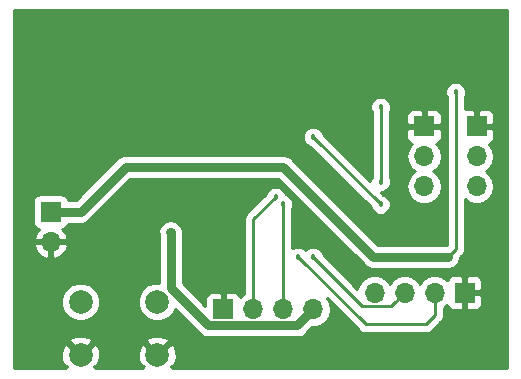
<source format=gbr>
%TF.GenerationSoftware,KiCad,Pcbnew,(5.0.1)-3*%
%TF.CreationDate,2019-10-12T21:06:36-05:00*%
%TF.ProjectId,pet_feeder,7065745F6665656465722E6B69636164,rev?*%
%TF.SameCoordinates,Original*%
%TF.FileFunction,Copper,L2,Bot,Signal*%
%TF.FilePolarity,Positive*%
%FSLAX46Y46*%
G04 Gerber Fmt 4.6, Leading zero omitted, Abs format (unit mm)*
G04 Created by KiCad (PCBNEW (5.0.1)-3) date 10/12/2019 9:06:36 PM*
%MOMM*%
%LPD*%
G01*
G04 APERTURE LIST*
%ADD10C,0.700000*%
%ADD11R,1.700000X1.700000*%
%ADD12O,1.700000X1.700000*%
%ADD13C,2.000000*%
%ADD14C,0.457200*%
%ADD15C,0.762000*%
%ADD16C,0.254000*%
G04 APERTURE END LIST*
D10*
X124587000Y-77978000D03*
X125857000Y-75438000D03*
X125857000Y-76708000D03*
X124587000Y-79248000D03*
X125857000Y-77978000D03*
X124587000Y-75438000D03*
X124587000Y-76708000D03*
X125857000Y-79248000D03*
X125095000Y-74168000D03*
X126365000Y-71628000D03*
X127635000Y-74168000D03*
X127635000Y-71628000D03*
X126365000Y-72898000D03*
X126365000Y-74168000D03*
X125095000Y-71628000D03*
X125095000Y-72898000D03*
X127635000Y-72898000D03*
X144399000Y-81280000D03*
X143129000Y-81280000D03*
X141859000Y-81280000D03*
X141859000Y-80010000D03*
X143129000Y-80010000D03*
X144399000Y-80010000D03*
X144399000Y-78740000D03*
X143129000Y-78740000D03*
X141859000Y-78740000D03*
X144399000Y-77470000D03*
X143129000Y-77470000D03*
D11*
X127000000Y-87630000D03*
D12*
X127000000Y-90170000D03*
D11*
X163068000Y-80391000D03*
D12*
X163068000Y-82931000D03*
X163068000Y-85471000D03*
D11*
X141605000Y-95885000D03*
D12*
X144145000Y-95885000D03*
X146685000Y-95885000D03*
X149225000Y-95885000D03*
D11*
X162052000Y-94488000D03*
D12*
X159512000Y-94488000D03*
X156972000Y-94488000D03*
X154432000Y-94488000D03*
X158623000Y-85471000D03*
X158623000Y-82931000D03*
D11*
X158623000Y-80391000D03*
D13*
X129540000Y-99750000D03*
X129540000Y-95250000D03*
X136040000Y-99750000D03*
X136040000Y-95250000D03*
D10*
X141859000Y-77470000D03*
D14*
X156035000Y-73025000D03*
X133350000Y-83820000D03*
X161290000Y-77470000D03*
X139065000Y-86995000D03*
X160655000Y-91440000D03*
X137153001Y-89350001D03*
X146050000Y-86360000D03*
X146685000Y-86995000D03*
X147955000Y-91440000D03*
X149225000Y-91440000D03*
X154940000Y-86995000D03*
X149225000Y-81280000D03*
X154940000Y-85090000D03*
X154940000Y-78740000D03*
D15*
X129540000Y-87630000D02*
X127000000Y-87630000D01*
X133350000Y-83820000D02*
X129540000Y-87630000D01*
X133350000Y-83820000D02*
X146685000Y-83820000D01*
X146685000Y-83820000D02*
X154305000Y-91440000D01*
X154305000Y-91440000D02*
X160655000Y-91440000D01*
D16*
X161290000Y-90805000D02*
X160655000Y-91440000D01*
X161290000Y-77470000D02*
X161290000Y-90805000D01*
D15*
X140348599Y-97243001D02*
X137160000Y-94054402D01*
X149225000Y-95885000D02*
X147866999Y-97243001D01*
X147866999Y-97243001D02*
X140348599Y-97243001D01*
X137160000Y-94054402D02*
X137160000Y-89357000D01*
X137160000Y-89357000D02*
X137153001Y-89350001D01*
D16*
X144145000Y-88265000D02*
X146050000Y-86360000D01*
X144145000Y-95885000D02*
X144145000Y-88265000D01*
X146685000Y-86995000D02*
X146685000Y-95885000D01*
X153670000Y-97155000D02*
X158750000Y-97155000D01*
X147955000Y-91440000D02*
X153670000Y-97155000D01*
X159512000Y-96393000D02*
X159512000Y-94488000D01*
X158750000Y-97155000D02*
X159512000Y-96393000D01*
X156122001Y-95337999D02*
X156972000Y-94488000D01*
X155867999Y-95592001D02*
X156122001Y-95337999D01*
X153377001Y-95592001D02*
X155867999Y-95592001D01*
X149225000Y-91440000D02*
X153377001Y-95592001D01*
X154940000Y-86995000D02*
X149225000Y-81280000D01*
X154940000Y-85090000D02*
X154940000Y-78740000D01*
G36*
X165660000Y-100890000D02*
X137254020Y-100890000D01*
X137306814Y-100837206D01*
X137192534Y-100722926D01*
X137459387Y-100624264D01*
X137685908Y-100014539D01*
X137661856Y-99364540D01*
X137459387Y-98875736D01*
X137192532Y-98777073D01*
X136219605Y-99750000D01*
X136233748Y-99764143D01*
X136054143Y-99943748D01*
X136040000Y-99929605D01*
X136025858Y-99943748D01*
X135846253Y-99764143D01*
X135860395Y-99750000D01*
X134887468Y-98777073D01*
X134620613Y-98875736D01*
X134394092Y-99485461D01*
X134418144Y-100135460D01*
X134620613Y-100624264D01*
X134887466Y-100722926D01*
X134773186Y-100837206D01*
X134825980Y-100890000D01*
X130754020Y-100890000D01*
X130806814Y-100837206D01*
X130692534Y-100722926D01*
X130959387Y-100624264D01*
X131185908Y-100014539D01*
X131161856Y-99364540D01*
X130959387Y-98875736D01*
X130692532Y-98777073D01*
X129719605Y-99750000D01*
X129733748Y-99764143D01*
X129554143Y-99943748D01*
X129540000Y-99929605D01*
X129525858Y-99943748D01*
X129346253Y-99764143D01*
X129360395Y-99750000D01*
X128387468Y-98777073D01*
X128120613Y-98875736D01*
X127894092Y-99485461D01*
X127918144Y-100135460D01*
X128120613Y-100624264D01*
X128387466Y-100722926D01*
X128273186Y-100837206D01*
X128325980Y-100890000D01*
X123900000Y-100890000D01*
X123900000Y-98597468D01*
X128567073Y-98597468D01*
X129540000Y-99570395D01*
X130512927Y-98597468D01*
X135067073Y-98597468D01*
X136040000Y-99570395D01*
X137012927Y-98597468D01*
X136914264Y-98330613D01*
X136304539Y-98104092D01*
X135654540Y-98128144D01*
X135165736Y-98330613D01*
X135067073Y-98597468D01*
X130512927Y-98597468D01*
X130414264Y-98330613D01*
X129804539Y-98104092D01*
X129154540Y-98128144D01*
X128665736Y-98330613D01*
X128567073Y-98597468D01*
X123900000Y-98597468D01*
X123900000Y-94924778D01*
X127905000Y-94924778D01*
X127905000Y-95575222D01*
X128153914Y-96176153D01*
X128613847Y-96636086D01*
X129214778Y-96885000D01*
X129865222Y-96885000D01*
X130466153Y-96636086D01*
X130926086Y-96176153D01*
X131175000Y-95575222D01*
X131175000Y-94924778D01*
X134405000Y-94924778D01*
X134405000Y-95575222D01*
X134653914Y-96176153D01*
X135113847Y-96636086D01*
X135714778Y-96885000D01*
X136365222Y-96885000D01*
X136966153Y-96636086D01*
X137426086Y-96176153D01*
X137548757Y-95879999D01*
X139559421Y-97890664D01*
X139616104Y-97975496D01*
X139952176Y-98200052D01*
X140248534Y-98259001D01*
X140248535Y-98259001D01*
X140348599Y-98278905D01*
X140448662Y-98259001D01*
X147766936Y-98259001D01*
X147866999Y-98278905D01*
X147967062Y-98259001D01*
X147967064Y-98259001D01*
X148263422Y-98200052D01*
X148599494Y-97975496D01*
X148656179Y-97890662D01*
X149176840Y-97370000D01*
X149371256Y-97370000D01*
X149804418Y-97283839D01*
X150295625Y-96955625D01*
X150623839Y-96464418D01*
X150739092Y-95885000D01*
X150623839Y-95305582D01*
X150383986Y-94946616D01*
X153078118Y-97640749D01*
X153120629Y-97704371D01*
X153372683Y-97872788D01*
X153594952Y-97917000D01*
X153594953Y-97917000D01*
X153670000Y-97931928D01*
X153745047Y-97917000D01*
X158674957Y-97917000D01*
X158750000Y-97931927D01*
X158825043Y-97917000D01*
X158825048Y-97917000D01*
X159047317Y-97872788D01*
X159299371Y-97704371D01*
X159341883Y-97640747D01*
X159997750Y-96984881D01*
X160061371Y-96942371D01*
X160125379Y-96846577D01*
X160229787Y-96690318D01*
X160229788Y-96690317D01*
X160274000Y-96468048D01*
X160274000Y-96468047D01*
X160288928Y-96393000D01*
X160274000Y-96317953D01*
X160274000Y-95764842D01*
X160582625Y-95558625D01*
X160597096Y-95536967D01*
X160663673Y-95697698D01*
X160842301Y-95876327D01*
X161075690Y-95973000D01*
X161766250Y-95973000D01*
X161925000Y-95814250D01*
X161925000Y-94615000D01*
X162179000Y-94615000D01*
X162179000Y-95814250D01*
X162337750Y-95973000D01*
X163028310Y-95973000D01*
X163261699Y-95876327D01*
X163440327Y-95697698D01*
X163537000Y-95464309D01*
X163537000Y-94773750D01*
X163378250Y-94615000D01*
X162179000Y-94615000D01*
X161925000Y-94615000D01*
X161905000Y-94615000D01*
X161905000Y-94361000D01*
X161925000Y-94361000D01*
X161925000Y-93161750D01*
X162179000Y-93161750D01*
X162179000Y-94361000D01*
X163378250Y-94361000D01*
X163537000Y-94202250D01*
X163537000Y-93511691D01*
X163440327Y-93278302D01*
X163261699Y-93099673D01*
X163028310Y-93003000D01*
X162337750Y-93003000D01*
X162179000Y-93161750D01*
X161925000Y-93161750D01*
X161766250Y-93003000D01*
X161075690Y-93003000D01*
X160842301Y-93099673D01*
X160663673Y-93278302D01*
X160597096Y-93439033D01*
X160582625Y-93417375D01*
X160091418Y-93089161D01*
X159658256Y-93003000D01*
X159365744Y-93003000D01*
X158932582Y-93089161D01*
X158441375Y-93417375D01*
X158242000Y-93715761D01*
X158042625Y-93417375D01*
X157551418Y-93089161D01*
X157118256Y-93003000D01*
X156825744Y-93003000D01*
X156392582Y-93089161D01*
X155901375Y-93417375D01*
X155702000Y-93715761D01*
X155502625Y-93417375D01*
X155011418Y-93089161D01*
X154578256Y-93003000D01*
X154285744Y-93003000D01*
X153852582Y-93089161D01*
X153361375Y-93417375D01*
X153033161Y-93908582D01*
X152989701Y-94127070D01*
X150058725Y-91196095D01*
X149957125Y-90950810D01*
X149714190Y-90707875D01*
X149396781Y-90576400D01*
X149053219Y-90576400D01*
X148735810Y-90707875D01*
X148590000Y-90853685D01*
X148444190Y-90707875D01*
X148126781Y-90576400D01*
X147783219Y-90576400D01*
X147465810Y-90707875D01*
X147447000Y-90726685D01*
X147447000Y-87412065D01*
X147548600Y-87166781D01*
X147548600Y-86823219D01*
X147417125Y-86505810D01*
X147174190Y-86262875D01*
X146896958Y-86148042D01*
X146782125Y-85870810D01*
X146539190Y-85627875D01*
X146221781Y-85496400D01*
X145878219Y-85496400D01*
X145560810Y-85627875D01*
X145317875Y-85870810D01*
X145216275Y-86116094D01*
X143659251Y-87673119D01*
X143595630Y-87715629D01*
X143553119Y-87779251D01*
X143553118Y-87779252D01*
X143427213Y-87967683D01*
X143368073Y-88265000D01*
X143383001Y-88340048D01*
X143383000Y-94608158D01*
X143074375Y-94814375D01*
X143059904Y-94836033D01*
X142993327Y-94675302D01*
X142814699Y-94496673D01*
X142581310Y-94400000D01*
X141890750Y-94400000D01*
X141732000Y-94558750D01*
X141732000Y-95758000D01*
X141752000Y-95758000D01*
X141752000Y-96012000D01*
X141732000Y-96012000D01*
X141732000Y-96032000D01*
X141478000Y-96032000D01*
X141478000Y-96012000D01*
X141458000Y-96012000D01*
X141458000Y-95758000D01*
X141478000Y-95758000D01*
X141478000Y-94558750D01*
X141319250Y-94400000D01*
X140628690Y-94400000D01*
X140395301Y-94496673D01*
X140216673Y-94675302D01*
X140120000Y-94908691D01*
X140120000Y-95577561D01*
X138176000Y-93633562D01*
X138176000Y-89457063D01*
X138195904Y-89356999D01*
X138176000Y-89256935D01*
X138117051Y-88960577D01*
X137892495Y-88624505D01*
X137807660Y-88567820D01*
X137800664Y-88560824D01*
X137549424Y-88392951D01*
X137153001Y-88314097D01*
X136756578Y-88392951D01*
X136420507Y-88617507D01*
X136195951Y-88953578D01*
X136117097Y-89350001D01*
X136144001Y-89485255D01*
X136144000Y-93615000D01*
X135714778Y-93615000D01*
X135113847Y-93863914D01*
X134653914Y-94323847D01*
X134405000Y-94924778D01*
X131175000Y-94924778D01*
X130926086Y-94323847D01*
X130466153Y-93863914D01*
X129865222Y-93615000D01*
X129214778Y-93615000D01*
X128613847Y-93863914D01*
X128153914Y-94323847D01*
X127905000Y-94924778D01*
X123900000Y-94924778D01*
X123900000Y-90526890D01*
X125558524Y-90526890D01*
X125728355Y-90936924D01*
X126118642Y-91365183D01*
X126643108Y-91611486D01*
X126873000Y-91490819D01*
X126873000Y-90297000D01*
X127127000Y-90297000D01*
X127127000Y-91490819D01*
X127356892Y-91611486D01*
X127881358Y-91365183D01*
X128271645Y-90936924D01*
X128441476Y-90526890D01*
X128320155Y-90297000D01*
X127127000Y-90297000D01*
X126873000Y-90297000D01*
X125679845Y-90297000D01*
X125558524Y-90526890D01*
X123900000Y-90526890D01*
X123900000Y-86780000D01*
X125502560Y-86780000D01*
X125502560Y-88480000D01*
X125551843Y-88727765D01*
X125692191Y-88937809D01*
X125902235Y-89078157D01*
X126005708Y-89098739D01*
X125728355Y-89403076D01*
X125558524Y-89813110D01*
X125679845Y-90043000D01*
X126873000Y-90043000D01*
X126873000Y-90023000D01*
X127127000Y-90023000D01*
X127127000Y-90043000D01*
X128320155Y-90043000D01*
X128441476Y-89813110D01*
X128271645Y-89403076D01*
X127994292Y-89098739D01*
X128097765Y-89078157D01*
X128307809Y-88937809D01*
X128448157Y-88727765D01*
X128464421Y-88646000D01*
X129439937Y-88646000D01*
X129540000Y-88665904D01*
X129640063Y-88646000D01*
X129640065Y-88646000D01*
X129936423Y-88587051D01*
X130272495Y-88362495D01*
X130329180Y-88277660D01*
X133770841Y-84836000D01*
X146264160Y-84836000D01*
X153515822Y-92087663D01*
X153572505Y-92172495D01*
X153768718Y-92303600D01*
X153908575Y-92397050D01*
X153908576Y-92397050D01*
X153908577Y-92397051D01*
X154204935Y-92456000D01*
X154304999Y-92475904D01*
X154405063Y-92456000D01*
X160755065Y-92456000D01*
X161051423Y-92397051D01*
X161387495Y-92172495D01*
X161612051Y-91836423D01*
X161680543Y-91492088D01*
X161775749Y-91396882D01*
X161839371Y-91354371D01*
X162007788Y-91102317D01*
X162052000Y-90880048D01*
X162052000Y-90880047D01*
X162066928Y-90805000D01*
X162052000Y-90729953D01*
X162052000Y-86578124D01*
X162488582Y-86869839D01*
X162921744Y-86956000D01*
X163214256Y-86956000D01*
X163647418Y-86869839D01*
X164138625Y-86541625D01*
X164466839Y-86050418D01*
X164582092Y-85471000D01*
X164466839Y-84891582D01*
X164138625Y-84400375D01*
X163840239Y-84201000D01*
X164138625Y-84001625D01*
X164466839Y-83510418D01*
X164582092Y-82931000D01*
X164466839Y-82351582D01*
X164138625Y-81860375D01*
X164116967Y-81845904D01*
X164277698Y-81779327D01*
X164456327Y-81600699D01*
X164553000Y-81367310D01*
X164553000Y-80676750D01*
X164394250Y-80518000D01*
X163195000Y-80518000D01*
X163195000Y-80538000D01*
X162941000Y-80538000D01*
X162941000Y-80518000D01*
X162921000Y-80518000D01*
X162921000Y-80264000D01*
X162941000Y-80264000D01*
X162941000Y-79064750D01*
X163195000Y-79064750D01*
X163195000Y-80264000D01*
X164394250Y-80264000D01*
X164553000Y-80105250D01*
X164553000Y-79414690D01*
X164456327Y-79181301D01*
X164277698Y-79002673D01*
X164044309Y-78906000D01*
X163353750Y-78906000D01*
X163195000Y-79064750D01*
X162941000Y-79064750D01*
X162782250Y-78906000D01*
X162091691Y-78906000D01*
X162052000Y-78922441D01*
X162052000Y-77887065D01*
X162153600Y-77641781D01*
X162153600Y-77298219D01*
X162022125Y-76980810D01*
X161779190Y-76737875D01*
X161461781Y-76606400D01*
X161118219Y-76606400D01*
X160800810Y-76737875D01*
X160557875Y-76980810D01*
X160426400Y-77298219D01*
X160426400Y-77641781D01*
X160528000Y-77887065D01*
X160528001Y-90424000D01*
X154725841Y-90424000D01*
X147474180Y-83172340D01*
X147417495Y-83087505D01*
X147081423Y-82862949D01*
X146785065Y-82804000D01*
X146785063Y-82804000D01*
X146685000Y-82784096D01*
X146584937Y-82804000D01*
X133450064Y-82804000D01*
X133350000Y-82784096D01*
X133249936Y-82804000D01*
X133249935Y-82804000D01*
X132953577Y-82862949D01*
X132617505Y-83087505D01*
X132560822Y-83172337D01*
X129119160Y-86614000D01*
X128464421Y-86614000D01*
X128448157Y-86532235D01*
X128307809Y-86322191D01*
X128097765Y-86181843D01*
X127850000Y-86132560D01*
X126150000Y-86132560D01*
X125902235Y-86181843D01*
X125692191Y-86322191D01*
X125551843Y-86532235D01*
X125502560Y-86780000D01*
X123900000Y-86780000D01*
X123900000Y-81108219D01*
X148361400Y-81108219D01*
X148361400Y-81451781D01*
X148492875Y-81769190D01*
X148735810Y-82012125D01*
X148981095Y-82113725D01*
X154106275Y-87238906D01*
X154207875Y-87484190D01*
X154450810Y-87727125D01*
X154768219Y-87858600D01*
X155111781Y-87858600D01*
X155429190Y-87727125D01*
X155672125Y-87484190D01*
X155803600Y-87166781D01*
X155803600Y-86823219D01*
X155672125Y-86505810D01*
X155429190Y-86262875D01*
X155183906Y-86161275D01*
X154976231Y-85953600D01*
X155111781Y-85953600D01*
X155429190Y-85822125D01*
X155672125Y-85579190D01*
X155803600Y-85261781D01*
X155803600Y-84918219D01*
X155702000Y-84672935D01*
X155702000Y-82931000D01*
X157108908Y-82931000D01*
X157224161Y-83510418D01*
X157552375Y-84001625D01*
X157850761Y-84201000D01*
X157552375Y-84400375D01*
X157224161Y-84891582D01*
X157108908Y-85471000D01*
X157224161Y-86050418D01*
X157552375Y-86541625D01*
X158043582Y-86869839D01*
X158476744Y-86956000D01*
X158769256Y-86956000D01*
X159202418Y-86869839D01*
X159693625Y-86541625D01*
X160021839Y-86050418D01*
X160137092Y-85471000D01*
X160021839Y-84891582D01*
X159693625Y-84400375D01*
X159395239Y-84201000D01*
X159693625Y-84001625D01*
X160021839Y-83510418D01*
X160137092Y-82931000D01*
X160021839Y-82351582D01*
X159693625Y-81860375D01*
X159671967Y-81845904D01*
X159832698Y-81779327D01*
X160011327Y-81600699D01*
X160108000Y-81367310D01*
X160108000Y-80676750D01*
X159949250Y-80518000D01*
X158750000Y-80518000D01*
X158750000Y-80538000D01*
X158496000Y-80538000D01*
X158496000Y-80518000D01*
X157296750Y-80518000D01*
X157138000Y-80676750D01*
X157138000Y-81367310D01*
X157234673Y-81600699D01*
X157413302Y-81779327D01*
X157574033Y-81845904D01*
X157552375Y-81860375D01*
X157224161Y-82351582D01*
X157108908Y-82931000D01*
X155702000Y-82931000D01*
X155702000Y-79414690D01*
X157138000Y-79414690D01*
X157138000Y-80105250D01*
X157296750Y-80264000D01*
X158496000Y-80264000D01*
X158496000Y-79064750D01*
X158750000Y-79064750D01*
X158750000Y-80264000D01*
X159949250Y-80264000D01*
X160108000Y-80105250D01*
X160108000Y-79414690D01*
X160011327Y-79181301D01*
X159832698Y-79002673D01*
X159599309Y-78906000D01*
X158908750Y-78906000D01*
X158750000Y-79064750D01*
X158496000Y-79064750D01*
X158337250Y-78906000D01*
X157646691Y-78906000D01*
X157413302Y-79002673D01*
X157234673Y-79181301D01*
X157138000Y-79414690D01*
X155702000Y-79414690D01*
X155702000Y-79157065D01*
X155803600Y-78911781D01*
X155803600Y-78568219D01*
X155672125Y-78250810D01*
X155429190Y-78007875D01*
X155111781Y-77876400D01*
X154768219Y-77876400D01*
X154450810Y-78007875D01*
X154207875Y-78250810D01*
X154076400Y-78568219D01*
X154076400Y-78911781D01*
X154178001Y-79157068D01*
X154178000Y-84672935D01*
X154076400Y-84918219D01*
X154076400Y-85053769D01*
X150058725Y-81036095D01*
X149957125Y-80790810D01*
X149714190Y-80547875D01*
X149396781Y-80416400D01*
X149053219Y-80416400D01*
X148735810Y-80547875D01*
X148492875Y-80790810D01*
X148361400Y-81108219D01*
X123900000Y-81108219D01*
X123900000Y-70560000D01*
X165660001Y-70560000D01*
X165660000Y-100890000D01*
X165660000Y-100890000D01*
G37*
X165660000Y-100890000D02*
X137254020Y-100890000D01*
X137306814Y-100837206D01*
X137192534Y-100722926D01*
X137459387Y-100624264D01*
X137685908Y-100014539D01*
X137661856Y-99364540D01*
X137459387Y-98875736D01*
X137192532Y-98777073D01*
X136219605Y-99750000D01*
X136233748Y-99764143D01*
X136054143Y-99943748D01*
X136040000Y-99929605D01*
X136025858Y-99943748D01*
X135846253Y-99764143D01*
X135860395Y-99750000D01*
X134887468Y-98777073D01*
X134620613Y-98875736D01*
X134394092Y-99485461D01*
X134418144Y-100135460D01*
X134620613Y-100624264D01*
X134887466Y-100722926D01*
X134773186Y-100837206D01*
X134825980Y-100890000D01*
X130754020Y-100890000D01*
X130806814Y-100837206D01*
X130692534Y-100722926D01*
X130959387Y-100624264D01*
X131185908Y-100014539D01*
X131161856Y-99364540D01*
X130959387Y-98875736D01*
X130692532Y-98777073D01*
X129719605Y-99750000D01*
X129733748Y-99764143D01*
X129554143Y-99943748D01*
X129540000Y-99929605D01*
X129525858Y-99943748D01*
X129346253Y-99764143D01*
X129360395Y-99750000D01*
X128387468Y-98777073D01*
X128120613Y-98875736D01*
X127894092Y-99485461D01*
X127918144Y-100135460D01*
X128120613Y-100624264D01*
X128387466Y-100722926D01*
X128273186Y-100837206D01*
X128325980Y-100890000D01*
X123900000Y-100890000D01*
X123900000Y-98597468D01*
X128567073Y-98597468D01*
X129540000Y-99570395D01*
X130512927Y-98597468D01*
X135067073Y-98597468D01*
X136040000Y-99570395D01*
X137012927Y-98597468D01*
X136914264Y-98330613D01*
X136304539Y-98104092D01*
X135654540Y-98128144D01*
X135165736Y-98330613D01*
X135067073Y-98597468D01*
X130512927Y-98597468D01*
X130414264Y-98330613D01*
X129804539Y-98104092D01*
X129154540Y-98128144D01*
X128665736Y-98330613D01*
X128567073Y-98597468D01*
X123900000Y-98597468D01*
X123900000Y-94924778D01*
X127905000Y-94924778D01*
X127905000Y-95575222D01*
X128153914Y-96176153D01*
X128613847Y-96636086D01*
X129214778Y-96885000D01*
X129865222Y-96885000D01*
X130466153Y-96636086D01*
X130926086Y-96176153D01*
X131175000Y-95575222D01*
X131175000Y-94924778D01*
X134405000Y-94924778D01*
X134405000Y-95575222D01*
X134653914Y-96176153D01*
X135113847Y-96636086D01*
X135714778Y-96885000D01*
X136365222Y-96885000D01*
X136966153Y-96636086D01*
X137426086Y-96176153D01*
X137548757Y-95879999D01*
X139559421Y-97890664D01*
X139616104Y-97975496D01*
X139952176Y-98200052D01*
X140248534Y-98259001D01*
X140248535Y-98259001D01*
X140348599Y-98278905D01*
X140448662Y-98259001D01*
X147766936Y-98259001D01*
X147866999Y-98278905D01*
X147967062Y-98259001D01*
X147967064Y-98259001D01*
X148263422Y-98200052D01*
X148599494Y-97975496D01*
X148656179Y-97890662D01*
X149176840Y-97370000D01*
X149371256Y-97370000D01*
X149804418Y-97283839D01*
X150295625Y-96955625D01*
X150623839Y-96464418D01*
X150739092Y-95885000D01*
X150623839Y-95305582D01*
X150383986Y-94946616D01*
X153078118Y-97640749D01*
X153120629Y-97704371D01*
X153372683Y-97872788D01*
X153594952Y-97917000D01*
X153594953Y-97917000D01*
X153670000Y-97931928D01*
X153745047Y-97917000D01*
X158674957Y-97917000D01*
X158750000Y-97931927D01*
X158825043Y-97917000D01*
X158825048Y-97917000D01*
X159047317Y-97872788D01*
X159299371Y-97704371D01*
X159341883Y-97640747D01*
X159997750Y-96984881D01*
X160061371Y-96942371D01*
X160125379Y-96846577D01*
X160229787Y-96690318D01*
X160229788Y-96690317D01*
X160274000Y-96468048D01*
X160274000Y-96468047D01*
X160288928Y-96393000D01*
X160274000Y-96317953D01*
X160274000Y-95764842D01*
X160582625Y-95558625D01*
X160597096Y-95536967D01*
X160663673Y-95697698D01*
X160842301Y-95876327D01*
X161075690Y-95973000D01*
X161766250Y-95973000D01*
X161925000Y-95814250D01*
X161925000Y-94615000D01*
X162179000Y-94615000D01*
X162179000Y-95814250D01*
X162337750Y-95973000D01*
X163028310Y-95973000D01*
X163261699Y-95876327D01*
X163440327Y-95697698D01*
X163537000Y-95464309D01*
X163537000Y-94773750D01*
X163378250Y-94615000D01*
X162179000Y-94615000D01*
X161925000Y-94615000D01*
X161905000Y-94615000D01*
X161905000Y-94361000D01*
X161925000Y-94361000D01*
X161925000Y-93161750D01*
X162179000Y-93161750D01*
X162179000Y-94361000D01*
X163378250Y-94361000D01*
X163537000Y-94202250D01*
X163537000Y-93511691D01*
X163440327Y-93278302D01*
X163261699Y-93099673D01*
X163028310Y-93003000D01*
X162337750Y-93003000D01*
X162179000Y-93161750D01*
X161925000Y-93161750D01*
X161766250Y-93003000D01*
X161075690Y-93003000D01*
X160842301Y-93099673D01*
X160663673Y-93278302D01*
X160597096Y-93439033D01*
X160582625Y-93417375D01*
X160091418Y-93089161D01*
X159658256Y-93003000D01*
X159365744Y-93003000D01*
X158932582Y-93089161D01*
X158441375Y-93417375D01*
X158242000Y-93715761D01*
X158042625Y-93417375D01*
X157551418Y-93089161D01*
X157118256Y-93003000D01*
X156825744Y-93003000D01*
X156392582Y-93089161D01*
X155901375Y-93417375D01*
X155702000Y-93715761D01*
X155502625Y-93417375D01*
X155011418Y-93089161D01*
X154578256Y-93003000D01*
X154285744Y-93003000D01*
X153852582Y-93089161D01*
X153361375Y-93417375D01*
X153033161Y-93908582D01*
X152989701Y-94127070D01*
X150058725Y-91196095D01*
X149957125Y-90950810D01*
X149714190Y-90707875D01*
X149396781Y-90576400D01*
X149053219Y-90576400D01*
X148735810Y-90707875D01*
X148590000Y-90853685D01*
X148444190Y-90707875D01*
X148126781Y-90576400D01*
X147783219Y-90576400D01*
X147465810Y-90707875D01*
X147447000Y-90726685D01*
X147447000Y-87412065D01*
X147548600Y-87166781D01*
X147548600Y-86823219D01*
X147417125Y-86505810D01*
X147174190Y-86262875D01*
X146896958Y-86148042D01*
X146782125Y-85870810D01*
X146539190Y-85627875D01*
X146221781Y-85496400D01*
X145878219Y-85496400D01*
X145560810Y-85627875D01*
X145317875Y-85870810D01*
X145216275Y-86116094D01*
X143659251Y-87673119D01*
X143595630Y-87715629D01*
X143553119Y-87779251D01*
X143553118Y-87779252D01*
X143427213Y-87967683D01*
X143368073Y-88265000D01*
X143383001Y-88340048D01*
X143383000Y-94608158D01*
X143074375Y-94814375D01*
X143059904Y-94836033D01*
X142993327Y-94675302D01*
X142814699Y-94496673D01*
X142581310Y-94400000D01*
X141890750Y-94400000D01*
X141732000Y-94558750D01*
X141732000Y-95758000D01*
X141752000Y-95758000D01*
X141752000Y-96012000D01*
X141732000Y-96012000D01*
X141732000Y-96032000D01*
X141478000Y-96032000D01*
X141478000Y-96012000D01*
X141458000Y-96012000D01*
X141458000Y-95758000D01*
X141478000Y-95758000D01*
X141478000Y-94558750D01*
X141319250Y-94400000D01*
X140628690Y-94400000D01*
X140395301Y-94496673D01*
X140216673Y-94675302D01*
X140120000Y-94908691D01*
X140120000Y-95577561D01*
X138176000Y-93633562D01*
X138176000Y-89457063D01*
X138195904Y-89356999D01*
X138176000Y-89256935D01*
X138117051Y-88960577D01*
X137892495Y-88624505D01*
X137807660Y-88567820D01*
X137800664Y-88560824D01*
X137549424Y-88392951D01*
X137153001Y-88314097D01*
X136756578Y-88392951D01*
X136420507Y-88617507D01*
X136195951Y-88953578D01*
X136117097Y-89350001D01*
X136144001Y-89485255D01*
X136144000Y-93615000D01*
X135714778Y-93615000D01*
X135113847Y-93863914D01*
X134653914Y-94323847D01*
X134405000Y-94924778D01*
X131175000Y-94924778D01*
X130926086Y-94323847D01*
X130466153Y-93863914D01*
X129865222Y-93615000D01*
X129214778Y-93615000D01*
X128613847Y-93863914D01*
X128153914Y-94323847D01*
X127905000Y-94924778D01*
X123900000Y-94924778D01*
X123900000Y-90526890D01*
X125558524Y-90526890D01*
X125728355Y-90936924D01*
X126118642Y-91365183D01*
X126643108Y-91611486D01*
X126873000Y-91490819D01*
X126873000Y-90297000D01*
X127127000Y-90297000D01*
X127127000Y-91490819D01*
X127356892Y-91611486D01*
X127881358Y-91365183D01*
X128271645Y-90936924D01*
X128441476Y-90526890D01*
X128320155Y-90297000D01*
X127127000Y-90297000D01*
X126873000Y-90297000D01*
X125679845Y-90297000D01*
X125558524Y-90526890D01*
X123900000Y-90526890D01*
X123900000Y-86780000D01*
X125502560Y-86780000D01*
X125502560Y-88480000D01*
X125551843Y-88727765D01*
X125692191Y-88937809D01*
X125902235Y-89078157D01*
X126005708Y-89098739D01*
X125728355Y-89403076D01*
X125558524Y-89813110D01*
X125679845Y-90043000D01*
X126873000Y-90043000D01*
X126873000Y-90023000D01*
X127127000Y-90023000D01*
X127127000Y-90043000D01*
X128320155Y-90043000D01*
X128441476Y-89813110D01*
X128271645Y-89403076D01*
X127994292Y-89098739D01*
X128097765Y-89078157D01*
X128307809Y-88937809D01*
X128448157Y-88727765D01*
X128464421Y-88646000D01*
X129439937Y-88646000D01*
X129540000Y-88665904D01*
X129640063Y-88646000D01*
X129640065Y-88646000D01*
X129936423Y-88587051D01*
X130272495Y-88362495D01*
X130329180Y-88277660D01*
X133770841Y-84836000D01*
X146264160Y-84836000D01*
X153515822Y-92087663D01*
X153572505Y-92172495D01*
X153768718Y-92303600D01*
X153908575Y-92397050D01*
X153908576Y-92397050D01*
X153908577Y-92397051D01*
X154204935Y-92456000D01*
X154304999Y-92475904D01*
X154405063Y-92456000D01*
X160755065Y-92456000D01*
X161051423Y-92397051D01*
X161387495Y-92172495D01*
X161612051Y-91836423D01*
X161680543Y-91492088D01*
X161775749Y-91396882D01*
X161839371Y-91354371D01*
X162007788Y-91102317D01*
X162052000Y-90880048D01*
X162052000Y-90880047D01*
X162066928Y-90805000D01*
X162052000Y-90729953D01*
X162052000Y-86578124D01*
X162488582Y-86869839D01*
X162921744Y-86956000D01*
X163214256Y-86956000D01*
X163647418Y-86869839D01*
X164138625Y-86541625D01*
X164466839Y-86050418D01*
X164582092Y-85471000D01*
X164466839Y-84891582D01*
X164138625Y-84400375D01*
X163840239Y-84201000D01*
X164138625Y-84001625D01*
X164466839Y-83510418D01*
X164582092Y-82931000D01*
X164466839Y-82351582D01*
X164138625Y-81860375D01*
X164116967Y-81845904D01*
X164277698Y-81779327D01*
X164456327Y-81600699D01*
X164553000Y-81367310D01*
X164553000Y-80676750D01*
X164394250Y-80518000D01*
X163195000Y-80518000D01*
X163195000Y-80538000D01*
X162941000Y-80538000D01*
X162941000Y-80518000D01*
X162921000Y-80518000D01*
X162921000Y-80264000D01*
X162941000Y-80264000D01*
X162941000Y-79064750D01*
X163195000Y-79064750D01*
X163195000Y-80264000D01*
X164394250Y-80264000D01*
X164553000Y-80105250D01*
X164553000Y-79414690D01*
X164456327Y-79181301D01*
X164277698Y-79002673D01*
X164044309Y-78906000D01*
X163353750Y-78906000D01*
X163195000Y-79064750D01*
X162941000Y-79064750D01*
X162782250Y-78906000D01*
X162091691Y-78906000D01*
X162052000Y-78922441D01*
X162052000Y-77887065D01*
X162153600Y-77641781D01*
X162153600Y-77298219D01*
X162022125Y-76980810D01*
X161779190Y-76737875D01*
X161461781Y-76606400D01*
X161118219Y-76606400D01*
X160800810Y-76737875D01*
X160557875Y-76980810D01*
X160426400Y-77298219D01*
X160426400Y-77641781D01*
X160528000Y-77887065D01*
X160528001Y-90424000D01*
X154725841Y-90424000D01*
X147474180Y-83172340D01*
X147417495Y-83087505D01*
X147081423Y-82862949D01*
X146785065Y-82804000D01*
X146785063Y-82804000D01*
X146685000Y-82784096D01*
X146584937Y-82804000D01*
X133450064Y-82804000D01*
X133350000Y-82784096D01*
X133249936Y-82804000D01*
X133249935Y-82804000D01*
X132953577Y-82862949D01*
X132617505Y-83087505D01*
X132560822Y-83172337D01*
X129119160Y-86614000D01*
X128464421Y-86614000D01*
X128448157Y-86532235D01*
X128307809Y-86322191D01*
X128097765Y-86181843D01*
X127850000Y-86132560D01*
X126150000Y-86132560D01*
X125902235Y-86181843D01*
X125692191Y-86322191D01*
X125551843Y-86532235D01*
X125502560Y-86780000D01*
X123900000Y-86780000D01*
X123900000Y-81108219D01*
X148361400Y-81108219D01*
X148361400Y-81451781D01*
X148492875Y-81769190D01*
X148735810Y-82012125D01*
X148981095Y-82113725D01*
X154106275Y-87238906D01*
X154207875Y-87484190D01*
X154450810Y-87727125D01*
X154768219Y-87858600D01*
X155111781Y-87858600D01*
X155429190Y-87727125D01*
X155672125Y-87484190D01*
X155803600Y-87166781D01*
X155803600Y-86823219D01*
X155672125Y-86505810D01*
X155429190Y-86262875D01*
X155183906Y-86161275D01*
X154976231Y-85953600D01*
X155111781Y-85953600D01*
X155429190Y-85822125D01*
X155672125Y-85579190D01*
X155803600Y-85261781D01*
X155803600Y-84918219D01*
X155702000Y-84672935D01*
X155702000Y-82931000D01*
X157108908Y-82931000D01*
X157224161Y-83510418D01*
X157552375Y-84001625D01*
X157850761Y-84201000D01*
X157552375Y-84400375D01*
X157224161Y-84891582D01*
X157108908Y-85471000D01*
X157224161Y-86050418D01*
X157552375Y-86541625D01*
X158043582Y-86869839D01*
X158476744Y-86956000D01*
X158769256Y-86956000D01*
X159202418Y-86869839D01*
X159693625Y-86541625D01*
X160021839Y-86050418D01*
X160137092Y-85471000D01*
X160021839Y-84891582D01*
X159693625Y-84400375D01*
X159395239Y-84201000D01*
X159693625Y-84001625D01*
X160021839Y-83510418D01*
X160137092Y-82931000D01*
X160021839Y-82351582D01*
X159693625Y-81860375D01*
X159671967Y-81845904D01*
X159832698Y-81779327D01*
X160011327Y-81600699D01*
X160108000Y-81367310D01*
X160108000Y-80676750D01*
X159949250Y-80518000D01*
X158750000Y-80518000D01*
X158750000Y-80538000D01*
X158496000Y-80538000D01*
X158496000Y-80518000D01*
X157296750Y-80518000D01*
X157138000Y-80676750D01*
X157138000Y-81367310D01*
X157234673Y-81600699D01*
X157413302Y-81779327D01*
X157574033Y-81845904D01*
X157552375Y-81860375D01*
X157224161Y-82351582D01*
X157108908Y-82931000D01*
X155702000Y-82931000D01*
X155702000Y-79414690D01*
X157138000Y-79414690D01*
X157138000Y-80105250D01*
X157296750Y-80264000D01*
X158496000Y-80264000D01*
X158496000Y-79064750D01*
X158750000Y-79064750D01*
X158750000Y-80264000D01*
X159949250Y-80264000D01*
X160108000Y-80105250D01*
X160108000Y-79414690D01*
X160011327Y-79181301D01*
X159832698Y-79002673D01*
X159599309Y-78906000D01*
X158908750Y-78906000D01*
X158750000Y-79064750D01*
X158496000Y-79064750D01*
X158337250Y-78906000D01*
X157646691Y-78906000D01*
X157413302Y-79002673D01*
X157234673Y-79181301D01*
X157138000Y-79414690D01*
X155702000Y-79414690D01*
X155702000Y-79157065D01*
X155803600Y-78911781D01*
X155803600Y-78568219D01*
X155672125Y-78250810D01*
X155429190Y-78007875D01*
X155111781Y-77876400D01*
X154768219Y-77876400D01*
X154450810Y-78007875D01*
X154207875Y-78250810D01*
X154076400Y-78568219D01*
X154076400Y-78911781D01*
X154178001Y-79157068D01*
X154178000Y-84672935D01*
X154076400Y-84918219D01*
X154076400Y-85053769D01*
X150058725Y-81036095D01*
X149957125Y-80790810D01*
X149714190Y-80547875D01*
X149396781Y-80416400D01*
X149053219Y-80416400D01*
X148735810Y-80547875D01*
X148492875Y-80790810D01*
X148361400Y-81108219D01*
X123900000Y-81108219D01*
X123900000Y-70560000D01*
X165660001Y-70560000D01*
X165660000Y-100890000D01*
M02*

</source>
